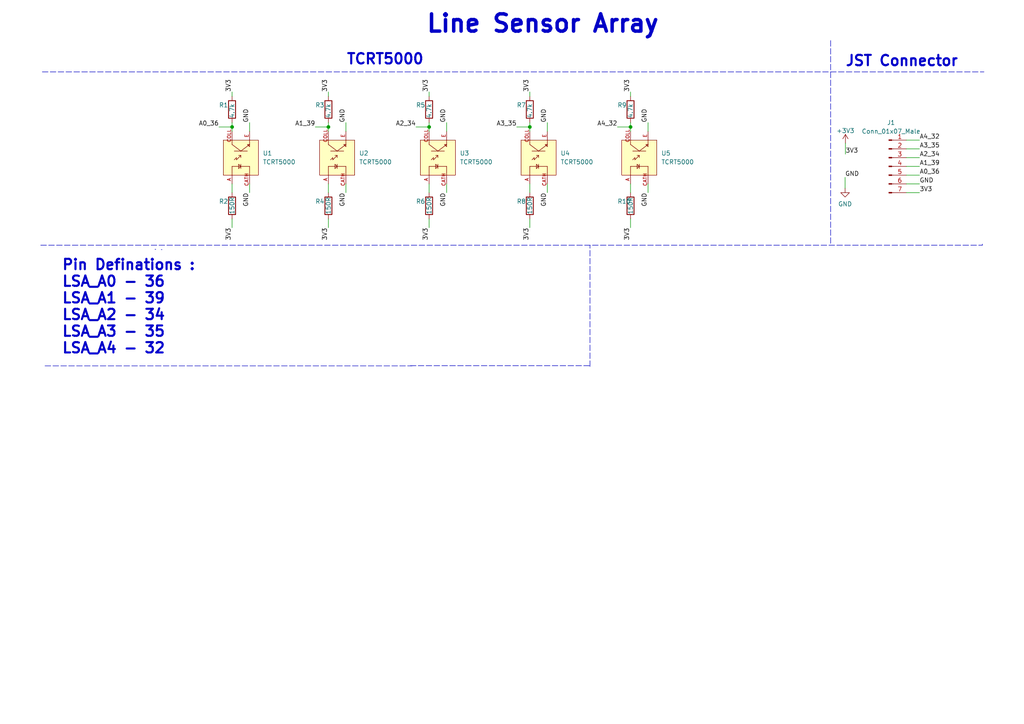
<source format=kicad_sch>
(kicad_sch (version 20211123) (generator eeschema)
  (paper "A4")
  (lib_symbols
    (symbol "Connector:Conn_01x07_Male" (pin_names (offset 1.016) hide)
      (property "Reference" "J" (at 0 10.16 0))
      (property "Value" "Conn_01x07_Male" (at 0 -10.16 0))
      (symbol "Conn_01x07_Male_1_1"
        (polyline (pts (xy 1.27 -7.62) (xy 0.8636 -7.62)) (stroke (width 0.1524)))
        (polyline (pts (xy 1.27 -5.08) (xy 0.8636 -5.08)) (stroke (width 0.1524)))
        (polyline (pts (xy 1.27 -2.54) (xy 0.8636 -2.54)) (stroke (width 0.1524)))
        (polyline (pts (xy 1.27 0) (xy 0.8636 0)) (stroke (width 0.1524)))
        (polyline (pts (xy 1.27 2.54) (xy 0.8636 2.54)) (stroke (width 0.1524)))
        (polyline (pts (xy 1.27 5.08) (xy 0.8636 5.08)) (stroke (width 0.1524)))
        (polyline (pts (xy 1.27 7.62) (xy 0.8636 7.62)) (stroke (width 0.1524)))
        (rectangle (start 0.8636 -7.493) (end 0 -7.747) (stroke (width 0.1524)) (fill (type outline)))
        (rectangle (start 0.8636 -4.953) (end 0 -5.207) (stroke (width 0.1524)) (fill (type outline)))
        (rectangle (start 0.8636 -2.413) (end 0 -2.667) (stroke (width 0.1524)) (fill (type outline)))
        (rectangle (start 0.8636 0.127) (end 0 -0.127) (stroke (width 0.1524)) (fill (type outline)))
        (rectangle (start 0.8636 2.667) (end 0 2.413) (stroke (width 0.1524)) (fill (type outline)))
        (rectangle (start 0.8636 5.207) (end 0 4.953) (stroke (width 0.1524)) (fill (type outline)))
        (rectangle (start 0.8636 7.747) (end 0 7.493) (stroke (width 0.1524)) (fill (type outline)))
        (pin passive line (at 5.08 7.62 180) (length 3.81) (name "Pin_1") (number "1"))
        (pin passive line (at 5.08 5.08 180) (length 3.81) (name "Pin_2") (number "2"))
        (pin passive line (at 5.08 2.54 180) (length 3.81) (name "Pin_3") (number "3"))
        (pin passive line (at 5.08 0 180) (length 3.81) (name "Pin_4") (number "4"))
        (pin passive line (at 5.08 -2.54 180) (length 3.81) (name "Pin_5") (number "5"))
        (pin passive line (at 5.08 -5.08 180) (length 3.81) (name "Pin_6") (number "6"))
        (pin passive line (at 5.08 -7.62 180) (length 3.81) (name "Pin_7") (number "7"))
      )
    )
    (symbol "Device:R" (pin_numbers hide) (pin_names (offset 0))
      (property "Reference" "R" (at 2.032 0 90))
      (property "Value" "R" (at 0 0 90))
      (symbol "R_0_1"
        (rectangle (start -1.016 -2.54) (end 1.016 2.54) (stroke (width 0.254)))
      )
      (symbol "R_1_1"
        (pin passive line (at 0 3.81 270) (length 1.27) (name "~") (number "1"))
        (pin passive line (at 0 -3.81 90) (length 1.27) (name "~") (number "2"))
      )
    )
    (symbol "TCRT5000:TCRT5000" (pin_names (offset 1.016) hide)
      (property "Reference" "U" (at -5.08 5.715 0))
      (property "Value" "TCRT5000" (at -5.08 -5.715 0))
      (symbol "TCRT5000_0_0"
        (rectangle (start -5.08 -5.08) (end 5.08 5.08) (stroke (width 0.1524)) (fill (type background)))
        (polyline (pts (xy -5.08 2.54) (xy -2.54 2.54)) (stroke (width 0.1524)))
        (polyline (pts (xy -3.175 0) (xy -1.905 0)) (stroke (width 0.1524)))
        (polyline (pts (xy -2.54 -2.54) (xy -5.08 -2.54)) (stroke (width 0.1524)))
        (polyline (pts (xy -2.54 2.54) (xy -2.54 -2.54)) (stroke (width 0.1524)))
        (polyline (pts (xy -0.635 1.27) (xy 0.635 0)) (stroke (width 0.1524)))
        (polyline (pts (xy -0.635 1.905) (xy 0 1.27)) (stroke (width 0.1524)))
        (polyline (pts (xy 0 1.27) (xy -0.635 1.27)) (stroke (width 0.1524)))
        (polyline (pts (xy 0.635 0) (xy 0 0)) (stroke (width 0.1524)))
        (polyline (pts (xy 0.635 0.635) (xy 0.635 0)) (stroke (width 0.1524)))
        (polyline (pts (xy 1.905 0) (xy 1.905 -1.905)) (stroke (width 0.1524)))
        (polyline (pts (xy 1.905 0) (xy 3.81 -2.54)) (stroke (width 0.1524)))
        (polyline (pts (xy 1.905 0) (xy 3.81 2.54)) (stroke (width 0.1524)))
        (polyline (pts (xy 1.905 1.905) (xy 1.905 0)) (stroke (width 0.1524)))
        (polyline (pts (xy 3.81 -2.54) (xy 5.08 -2.54)) (stroke (width 0.1524)))
        (polyline (pts (xy 3.81 2.54) (xy 5.08 2.54)) (stroke (width 0.1524)))
        (polyline (pts (xy -3.175 0.635) (xy -1.905 0.635) (xy -2.54 0) (xy -3.175 0.635)) (stroke (width 0.1524)) (fill (type background)))
        (polyline (pts (xy 3.175 -2.54) (xy 3.81 -2.54) (xy 3.81 -1.905) (xy 3.175 -2.54)) (stroke (width 0.1524)) (fill (type background)))
        (pin passive line (at -7.62 2.54 0) (length 2.54) (name "~") (number "A"))
        (pin passive line (at -7.62 -2.54 0) (length 2.54) (name "~") (number "CATH"))
        (pin passive line (at 7.62 2.54 180) (length 2.54) (name "~") (number "COLL"))
        (pin passive line (at 7.62 -2.54 180) (length 2.54) (name "~") (number "E"))
      )
    )
    (symbol "power:+3V3" (power) (pin_names (offset 0))
      (property "Value" "+3V3" (at 0 3.556 0))
      (symbol "+3V3_0_1"
        (polyline (pts (xy -0.762 1.27) (xy 0 2.54)))
        (polyline (pts (xy 0 0) (xy 0 2.54)))
        (polyline (pts (xy 0 2.54) (xy 0.762 1.27)))
      )
      (symbol "+3V3_1_1"
        (pin power_in line (at 0 0 90) (length 0) hide (name "+3V3") (number "1"))
      )
    )
    (symbol "power:GND" (power) (pin_names (offset 0))
      (property "Value" "GND" (at 0 -3.81 0))
      (symbol "GND_0_1"
        (polyline (pts (xy 0 0) (xy 0 -1.27) (xy 1.27 -1.27) (xy 0 -2.54) (xy -1.27 -1.27) (xy 0 -1.27)))
      )
      (symbol "GND_1_1"
        (pin power_in line (at 0 0 270) (length 0) hide (name "GND") (number "1"))
      )
    )
  )
  (junction (at 182.88 36.83))
  (junction (at 124.46 36.83))
  (junction (at 153.67 36.83))
  (junction (at 67.31 36.83))
  (junction (at 95.25 36.83))
  (wire (pts (xy 153.67 63.5) (xy 153.67 66.04)))
  (wire (pts (xy 100.33 35.56) (xy 100.33 38.1)))
  (wire (pts (xy 182.88 53.34) (xy 182.88 55.88)))
  (wire (pts (xy 245.2116 41.529) (xy 245.2116 44.704)))
  (wire (pts (xy 187.96 35.56) (xy 187.96 38.1)))
  (wire (pts (xy 179.07 36.83) (xy 182.88 36.83)))
  (wire (pts (xy 72.39 35.56) (xy 72.39 38.1)))
  (polyline (pts (xy 284.9372 70.7898) (xy 284.9372 71.12)))
  (wire (pts (xy 187.96 53.34) (xy 187.96 55.88)))
  (wire (pts (xy 182.88 36.83) (xy 182.88 38.1)))
  (wire (pts (xy 262.89 50.8) (xy 266.7 50.8)))
  (wire (pts (xy 72.39 53.34) (xy 72.39 55.88)))
  (wire (pts (xy 95.25 26.67) (xy 95.25 27.94)))
  (wire (pts (xy 245.11 54.61) (xy 245.11 51.435)))
  (polyline (pts (xy 240.919 11.7602) (xy 240.919 70.9422)))
  (wire (pts (xy 67.31 35.56) (xy 67.31 36.83)))
  (wire (pts (xy 262.89 53.34) (xy 266.7 53.34)))
  (wire (pts (xy 63.5 36.83) (xy 67.31 36.83)))
  (wire (pts (xy 100.33 53.34) (xy 100.33 55.88)))
  (wire (pts (xy 129.54 35.56) (xy 129.54 38.1)))
  (polyline (pts (xy 46.99 72.39) (xy 46.7614 72.39)))
  (wire (pts (xy 95.25 35.56) (xy 95.25 36.83)))
  (wire (pts (xy 124.46 53.34) (xy 124.46 55.88)))
  (wire (pts (xy 95.25 36.83) (xy 95.25 38.1)))
  (wire (pts (xy 120.65 36.83) (xy 124.46 36.83)))
  (wire (pts (xy 95.25 53.34) (xy 95.25 55.88)))
  (wire (pts (xy 182.88 63.5) (xy 182.88 66.04)))
  (wire (pts (xy 124.46 35.56) (xy 124.46 36.83)))
  (polyline (pts (xy 44.958 72.3138) (xy 45.1866 72.3138)))
  (wire (pts (xy 182.88 35.56) (xy 182.88 36.83)))
  (wire (pts (xy 262.89 40.64) (xy 266.7 40.64)))
  (wire (pts (xy 262.89 55.88) (xy 266.7 55.88)))
  (wire (pts (xy 95.25 63.5) (xy 95.25 66.04)))
  (wire (pts (xy 153.67 53.34) (xy 153.67 55.88)))
  (wire (pts (xy 262.89 48.26) (xy 266.7 48.26)))
  (wire (pts (xy 67.31 26.67) (xy 67.31 27.94)))
  (wire (pts (xy 129.54 53.34) (xy 129.54 55.88)))
  (wire (pts (xy 153.67 36.83) (xy 153.67 38.1)))
  (wire (pts (xy 149.86 36.83) (xy 153.67 36.83)))
  (wire (pts (xy 158.75 35.56) (xy 158.75 38.1)))
  (wire (pts (xy 124.46 36.83) (xy 124.46 38.1)))
  (polyline (pts (xy 12.2682 20.8534) (xy 285.3944 20.8534)))
  (wire (pts (xy 67.31 36.83) (xy 67.31 38.1)))
  (wire (pts (xy 262.89 45.72) (xy 266.7 45.72)))
  (wire (pts (xy 262.89 43.18) (xy 266.7 43.18)))
  (polyline (pts (xy 118.999 106.0704) (xy 171.069 106.0704)))
  (polyline (pts (xy 171.1198 106.299) (xy 171.1198 71.2216)))
  (wire (pts (xy 182.88 26.67) (xy 182.88 27.94)))
  (wire (pts (xy 91.44 36.83) (xy 95.25 36.83)))
  (polyline (pts (xy 13.0556 106.1212) (xy 119.5324 106.1212)))
  (wire (pts (xy 153.67 26.67) (xy 153.67 27.94)))
  (polyline (pts (xy 11.811 71.12) (xy 284.9372 71.12)))
  (wire (pts (xy 124.46 26.67) (xy 124.46 27.94)))
  (wire (pts (xy 158.75 53.34) (xy 158.75 55.88)))
  (wire (pts (xy 124.46 63.5) (xy 124.46 66.04)))
  (wire (pts (xy 67.31 53.34) (xy 67.31 55.88)))
  (wire (pts (xy 153.67 35.56) (xy 153.67 36.83)))
  (wire (pts (xy 67.31 63.5) (xy 67.31 66.04)))
  (text "JST Connector" (at 245.0338 19.558 0) (effects (font (size 3 3) bold) (justify left bottom)))
  (text "Line Sensor Array" (at 123.317 9.9314 0) (effects (font (size 5 5) (thickness 1) bold) (justify left bottom)))
  (text "TCRT5000" (at 100.33 19.05 0) (effects (font (size 3 3) (thickness 0.6) bold) (justify left bottom)))
  (text "Pin Definations :\nLSA_A0 - 36\nLSA_A1 - 39\nLSA_A2 - 34\nLSA_A3 - 35\nLSA_A4 - 32" (at 17.78 102.87 0) (effects (font (size 3 3) (thickness 0.6) bold) (justify left bottom)))
  (label "3V3" (at 124.46 66.04 270))
  (label "GND" (at 100.33 55.88 270))
  (label "GND" (at 158.75 35.56 90))
  (label "3V3" (at 182.88 26.67 90))
  (label "A3_35" (at 266.7 43.18 0))
  (label "A1_39" (at 266.7 48.26 0))
  (label "GND" (at 129.54 35.56 90))
  (label "GND" (at 266.7 53.34 0))
  (label "GND" (at 129.54 55.88 270))
  (label "A0_36" (at 266.7 50.8 0))
  (label "GND" (at 72.39 35.56 90))
  (label "3V3" (at 67.31 66.04 270))
  (label "A4_32" (at 179.07 36.83 180))
  (label "GND" (at 245.11 51.435 0))
  (label "A2_34" (at 120.65 36.83 180))
  (label "A4_32" (at 266.7 40.64 0))
  (label "GND" (at 187.96 55.88 270))
  (label "3V3" (at 95.25 26.67 90))
  (label "GND" (at 72.39 55.88 270))
  (label "3V3" (at 153.67 26.67 90))
  (label "GND" (at 100.33 35.56 90))
  (label "3V3" (at 153.67 66.04 270))
  (label "GND" (at 158.75 55.88 270))
  (label "A2_34" (at 266.7 45.72 0))
  (label "3V3" (at 124.46 26.67 90))
  (label "3V3" (at 95.25 66.04 270))
  (label "3V3" (at 245.2116 44.704 0))
  (label "A1_39" (at 91.44 36.83 180))
  (label "3V3" (at 266.7 55.88 0))
  (label "GND" (at 187.96 35.56 90))
  (label "3V3" (at 182.88 66.04 270))
  (label "A3_35" (at 149.86 36.83 180))
  (label "3V3" (at 67.31 26.67 90))
  (label "A0_36" (at 63.5 36.83 180))
  (symbol (lib_id "Device:R") (at 95.25 31.75 0) (unit 1)
    (property "Reference" "R3" (at 91.44 30.48 0) (effects (justify left)))
    (property "Value" "4.7k" (at 95.25 34.29 90) (effects (justify left)))
    (property "Footprint" "Resistor_SMD:R_1206_3216Metric_Pad1.30x1.75mm_HandSolder" (effects hide))
  )
  (symbol (lib_id "Device:R") (at 182.88 59.69 0) (unit 1)
    (property "Reference" "R10" (at 179.07 58.42 0) (effects (justify left)))
    (property "Value" "150R" (at 182.88 62.23 90) (effects (justify left)))
    (property "Footprint" "Resistor_SMD:R_1206_3216Metric_Pad1.30x1.75mm_HandSolder" (effects hide))
  )
  (symbol (lib_id "Device:R") (at 182.88 31.75 0) (unit 1)
    (property "Reference" "R9" (at 179.07 30.48 0) (effects (justify left)))
    (property "Value" "4.7k" (at 182.88 34.29 90) (effects (justify left)))
    (property "Footprint" "Resistor_SMD:R_1206_3216Metric_Pad1.30x1.75mm_HandSolder" (effects hide))
  )
  (symbol (lib_id "TCRT5000:TCRT5000") (at 185.42 45.72 90) (unit 1)
    (property "Reference" "U5" (at 191.77 44.4499 90) (effects (justify right)))
    (property "Value" "TCRT5000" (at 191.77 46.9899 90) (effects (justify right)))
    (property "Footprint" "TCRT5000:OPTO_TCRT5000" (effects hide))
    (property "MAXIMUM_PACKAGE_HEIGHT" "7.2mm" (effects hide))
    (property "STANDARD" "Manufacturer recommendations" (effects hide))
    (property "PARTREV" "1.7" (effects hide))
    (property "MANUFACTURER" "Vishay" (effects hide))
  )
  (symbol (lib_id "Device:R") (at 124.46 31.75 0) (unit 1)
    (property "Reference" "R5" (at 120.65 30.48 0) (effects (justify left)))
    (property "Value" "4.7k" (at 124.46 34.29 90) (effects (justify left)))
    (property "Footprint" "Resistor_SMD:R_1206_3216Metric_Pad1.30x1.75mm_HandSolder" (effects hide))
  )
  (symbol (lib_id "Device:R") (at 67.31 59.69 0) (unit 1)
    (property "Reference" "R2" (at 63.5 58.42 0) (effects (justify left)))
    (property "Value" "150R" (at 67.31 62.23 90) (effects (justify left)))
    (property "Footprint" "Resistor_SMD:R_1206_3216Metric_Pad1.30x1.75mm_HandSolder" (effects hide))
  )
  (symbol (lib_id "Device:R") (at 153.67 59.69 0) (unit 1)
    (property "Reference" "R8" (at 149.86 58.42 0) (effects (justify left)))
    (property "Value" "150R" (at 153.67 62.23 90) (effects (justify left)))
    (property "Footprint" "Resistor_SMD:R_1206_3216Metric_Pad1.30x1.75mm_HandSolder" (effects hide))
  )
  (symbol (lib_id "TCRT5000:TCRT5000") (at 127 45.72 90) (unit 1)
    (property "Reference" "U3" (at 133.35 44.4499 90) (effects (justify right)))
    (property "Value" "TCRT5000" (at 133.35 46.9899 90) (effects (justify right)))
    (property "Footprint" "TCRT5000:OPTO_TCRT5000" (effects hide))
    (property "MAXIMUM_PACKAGE_HEIGHT" "7.2mm" (effects hide))
    (property "STANDARD" "Manufacturer recommendations" (effects hide))
    (property "PARTREV" "1.7" (effects hide))
    (property "MANUFACTURER" "Vishay" (effects hide))
  )
  (symbol (lib_id "Device:R") (at 124.46 59.69 0) (unit 1)
    (property "Reference" "R6" (at 120.65 58.42 0) (effects (justify left)))
    (property "Value" "150R" (at 124.46 62.23 90) (effects (justify left)))
    (property "Footprint" "Resistor_SMD:R_1206_3216Metric_Pad1.30x1.75mm_HandSolder" (effects hide))
  )
  (symbol (lib_id "Device:R") (at 153.67 31.75 0) (unit 1)
    (property "Reference" "R7" (at 149.86 30.48 0) (effects (justify left)))
    (property "Value" "4.7k" (at 153.67 34.29 90) (effects (justify left)))
    (property "Footprint" "Resistor_SMD:R_1206_3216Metric_Pad1.30x1.75mm_HandSolder" (effects hide))
  )
  (symbol (lib_id "power:GND") (at 245.11 54.61 0) (unit 1)
    (property "Reference" "#PWR0117" (effects hide))
    (property "Value" "GND" (at 245.11 59.1725 0))
  )
  (symbol (lib_id "Device:R") (at 95.25 59.69 0) (unit 1)
    (property "Reference" "R4" (at 91.44 58.42 0) (effects (justify left)))
    (property "Value" "150R" (at 95.25 62.23 90) (effects (justify left)))
    (property "Footprint" "Resistor_SMD:R_1206_3216Metric_Pad1.30x1.75mm_HandSolder" (effects hide))
  )
  (symbol (lib_id "Connector:Conn_01x07_Male") (at 257.81 48.26 0) (unit 1)
    (property "Reference" "J1" (at 258.445 35.56 0))
    (property "Value" "Conn_01x07_Male" (at 258.445 38.1 0))
    (property "Footprint" "Connector_PinHeader_2.54mm:PinHeader_1x07_P2.54mm_Vertical" (effects hide))
  )
  (symbol (lib_id "TCRT5000:TCRT5000") (at 69.85 45.72 90) (unit 1)
    (property "Reference" "U1" (at 76.2 44.4499 90) (effects (justify right)))
    (property "Value" "TCRT5000" (at 76.2 46.9899 90) (effects (justify right)))
    (property "Footprint" "TCRT5000:OPTO_TCRT5000" (effects hide))
    (property "MAXIMUM_PACKAGE_HEIGHT" "7.2mm" (effects hide))
    (property "STANDARD" "Manufacturer recommendations" (effects hide))
    (property "PARTREV" "1.7" (effects hide))
    (property "MANUFACTURER" "Vishay" (effects hide))
  )
  (symbol (lib_id "TCRT5000:TCRT5000") (at 156.21 45.72 90) (unit 1)
    (property "Reference" "U4" (at 162.56 44.4499 90) (effects (justify right)))
    (property "Value" "TCRT5000" (at 162.56 46.9899 90) (effects (justify right)))
    (property "Footprint" "TCRT5000:OPTO_TCRT5000" (effects hide))
    (property "MAXIMUM_PACKAGE_HEIGHT" "7.2mm" (effects hide))
    (property "STANDARD" "Manufacturer recommendations" (effects hide))
    (property "PARTREV" "1.7" (effects hide))
    (property "MANUFACTURER" "Vishay" (effects hide))
  )
  (symbol (lib_id "Device:R") (at 67.31 31.75 0) (unit 1)
    (property "Reference" "R1" (at 63.5 30.48 0) (effects (justify left)))
    (property "Value" "4.7k" (at 67.31 34.29 90) (effects (justify left)))
    (property "Footprint" "Resistor_SMD:R_1206_3216Metric_Pad1.30x1.75mm_HandSolder" (effects hide))
  )
  (symbol (lib_id "power:+3V3") (at 245.2116 41.529 0) (unit 1)
    (property "Reference" "#PWR0118" (effects hide))
    (property "Value" "+3V3" (at 245.2116 37.9245 0))
  )
  (symbol (lib_id "TCRT5000:TCRT5000") (at 97.79 45.72 90) (unit 1)
    (property "Reference" "U2" (at 104.14 44.4499 90) (effects (justify right)))
    (property "Value" "TCRT5000" (at 104.14 46.9899 90) (effects (justify right)))
    (property "Footprint" "TCRT5000:OPTO_TCRT5000" (effects hide))
    (property "MAXIMUM_PACKAGE_HEIGHT" "7.2mm" (effects hide))
    (property "STANDARD" "Manufacturer recommendations" (effects hide))
    (property "PARTREV" "1.7" (effects hide))
    (property "MANUFACTURER" "Vishay" (effects hide))
  )
)
</source>
